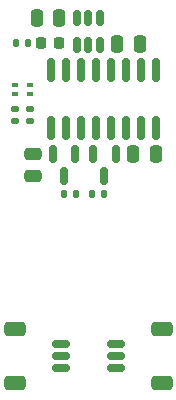
<source format=gtp>
G04 #@! TF.GenerationSoftware,KiCad,Pcbnew,7.0.10*
G04 #@! TF.CreationDate,2024-01-06T05:40:09+01:00*
G04 #@! TF.ProjectId,universal-tc2030,756e6976-6572-4736-916c-2d7463323033,rev?*
G04 #@! TF.SameCoordinates,Original*
G04 #@! TF.FileFunction,Paste,Top*
G04 #@! TF.FilePolarity,Positive*
%FSLAX46Y46*%
G04 Gerber Fmt 4.6, Leading zero omitted, Abs format (unit mm)*
G04 Created by KiCad (PCBNEW 7.0.10) date 2024-01-06 05:40:09*
%MOMM*%
%LPD*%
G01*
G04 APERTURE LIST*
G04 Aperture macros list*
%AMRoundRect*
0 Rectangle with rounded corners*
0 $1 Rounding radius*
0 $2 $3 $4 $5 $6 $7 $8 $9 X,Y pos of 4 corners*
0 Add a 4 corners polygon primitive as box body*
4,1,4,$2,$3,$4,$5,$6,$7,$8,$9,$2,$3,0*
0 Add four circle primitives for the rounded corners*
1,1,$1+$1,$2,$3*
1,1,$1+$1,$4,$5*
1,1,$1+$1,$6,$7*
1,1,$1+$1,$8,$9*
0 Add four rect primitives between the rounded corners*
20,1,$1+$1,$2,$3,$4,$5,0*
20,1,$1+$1,$4,$5,$6,$7,0*
20,1,$1+$1,$6,$7,$8,$9,0*
20,1,$1+$1,$8,$9,$2,$3,0*%
G04 Aperture macros list end*
%ADD10RoundRect,0.150000X-0.150000X0.825000X-0.150000X-0.825000X0.150000X-0.825000X0.150000X0.825000X0*%
%ADD11RoundRect,0.150000X-0.150000X0.587500X-0.150000X-0.587500X0.150000X-0.587500X0.150000X0.587500X0*%
%ADD12RoundRect,0.135000X-0.135000X-0.185000X0.135000X-0.185000X0.135000X0.185000X-0.135000X0.185000X0*%
%ADD13RoundRect,0.250000X0.250000X0.475000X-0.250000X0.475000X-0.250000X-0.475000X0.250000X-0.475000X0*%
%ADD14R,0.600000X0.400000*%
%ADD15RoundRect,0.135000X0.185000X-0.135000X0.185000X0.135000X-0.185000X0.135000X-0.185000X-0.135000X0*%
%ADD16RoundRect,0.218750X-0.218750X-0.256250X0.218750X-0.256250X0.218750X0.256250X-0.218750X0.256250X0*%
%ADD17RoundRect,0.150000X-0.625000X0.150000X-0.625000X-0.150000X0.625000X-0.150000X0.625000X0.150000X0*%
%ADD18RoundRect,0.250000X-0.650000X0.350000X-0.650000X-0.350000X0.650000X-0.350000X0.650000X0.350000X0*%
%ADD19RoundRect,0.135000X0.135000X0.185000X-0.135000X0.185000X-0.135000X-0.185000X0.135000X-0.185000X0*%
%ADD20RoundRect,0.150000X-0.150000X0.512500X-0.150000X-0.512500X0.150000X-0.512500X0.150000X0.512500X0*%
%ADD21RoundRect,0.250000X0.475000X-0.250000X0.475000X0.250000X-0.475000X0.250000X-0.475000X-0.250000X0*%
%ADD22RoundRect,0.250000X-0.250000X-0.475000X0.250000X-0.475000X0.250000X0.475000X-0.250000X0.475000X0*%
%ADD23RoundRect,0.150000X0.625000X-0.150000X0.625000X0.150000X-0.625000X0.150000X-0.625000X-0.150000X0*%
%ADD24RoundRect,0.250000X0.650000X-0.350000X0.650000X0.350000X-0.650000X0.350000X-0.650000X-0.350000X0*%
G04 APERTURE END LIST*
D10*
X155715000Y-67075000D03*
X154445000Y-67075000D03*
X153175000Y-67075000D03*
X151905000Y-67075000D03*
X150635000Y-67075000D03*
X149365000Y-67075000D03*
X148095000Y-67075000D03*
X146825000Y-67075000D03*
X146825000Y-72025000D03*
X148095000Y-72025000D03*
X149365000Y-72025000D03*
X150635000Y-72025000D03*
X151905000Y-72025000D03*
X153175000Y-72025000D03*
X154445000Y-72025000D03*
X155715000Y-72025000D03*
D11*
X152315000Y-74232500D03*
X150415000Y-74232500D03*
X151365000Y-76107500D03*
D12*
X150345000Y-77560000D03*
X151365000Y-77560000D03*
D13*
X155715000Y-74230000D03*
X153815000Y-74230000D03*
D11*
X148915000Y-74232500D03*
X147015000Y-74232500D03*
X147965000Y-76107500D03*
D14*
X143800000Y-68350000D03*
X145100000Y-68350000D03*
X145100000Y-69150000D03*
X143800000Y-69150000D03*
D15*
X145100000Y-71440000D03*
X145100000Y-70420000D03*
D16*
X145975000Y-64780000D03*
X147550000Y-64780000D03*
D17*
X147655000Y-90330000D03*
X147655000Y-91330000D03*
X147655000Y-92330000D03*
D18*
X143780000Y-89030000D03*
X143780000Y-93630000D03*
D19*
X148985000Y-77560000D03*
X147965000Y-77560000D03*
X144862500Y-64780000D03*
X143842500Y-64780000D03*
D15*
X143800000Y-71440000D03*
X143800000Y-70420000D03*
D20*
X150950000Y-62662500D03*
X150000000Y-62662500D03*
X149050000Y-62662500D03*
X149050000Y-64937500D03*
X150000000Y-64937500D03*
X150950000Y-64937500D03*
D21*
X145285000Y-76107500D03*
X145285000Y-74207500D03*
D22*
X152450000Y-64870000D03*
X154350000Y-64870000D03*
D23*
X152345000Y-92330000D03*
X152345000Y-91330000D03*
X152345000Y-90330000D03*
D24*
X156220000Y-93630000D03*
X156220000Y-89030000D03*
D13*
X147550000Y-62730000D03*
X145650000Y-62730000D03*
M02*

</source>
